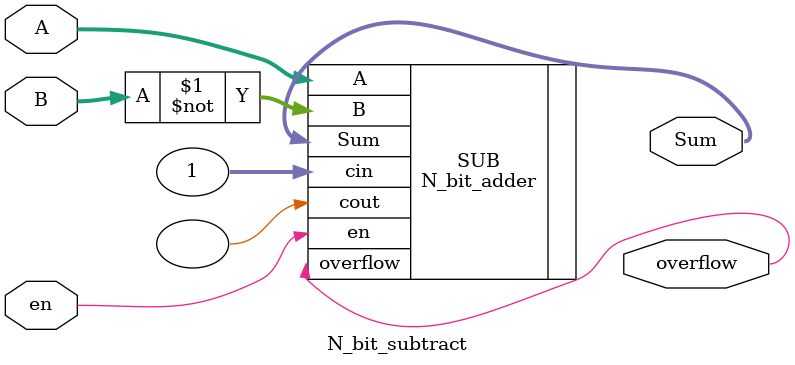
<source format=sv>
`timescale 1ns / 1ps


module N_bit_subtract #(
    parameter N = 32
) (
    input logic signed [N-1:0] A,
    input logic signed [N-1:0] B,
    input logic en,
    output logic signed [N-1:0] Sum,
    output logic overflow
);
  N_bit_adder #(.N(N)) SUB (

     .A(A),
     .B(~B),
     .en(en), 
     .cin(1),
     .cout(),
     .Sum(Sum), 
     .overflow(overflow)
    ); 
    

endmodule

</source>
